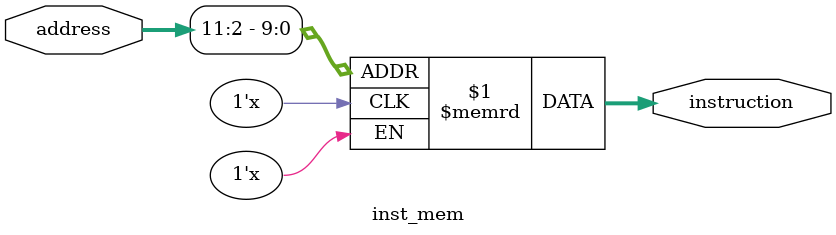
<source format=sv>
module inst_mem(
	input logic [31:0] address,
	output logic [31:0] instruction
);
	
	logic [31:0] memory [0:1023];

	assign instruction = memory[address[11:2]];

endmodule
</source>
